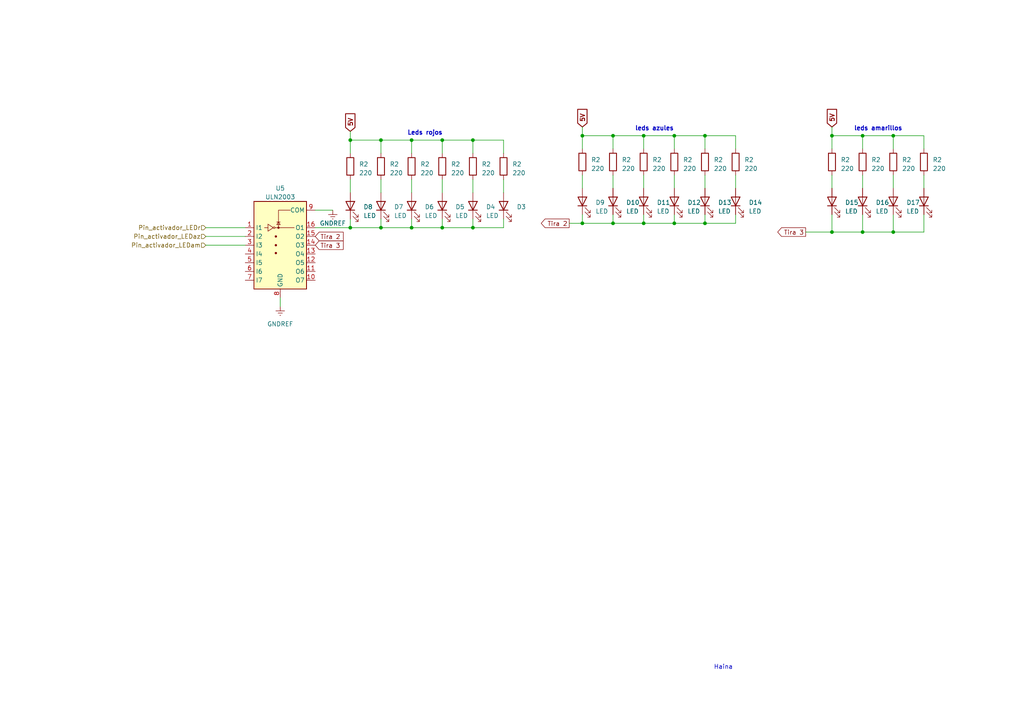
<source format=kicad_sch>
(kicad_sch (version 20230121) (generator eeschema)
  (paper "A4")
  (lib_symbols
    (symbol "Device:LED" (pin_numbers hide) (pin_names (offset 1.016) hide)
      (property "Reference" "D" (at 0 2.54 0))
      (property "Value" "LED" (at 0 -2.54 0))
      (symbol "LED_0_1"
        (polyline (pts (xy -1.27 -1.27) (xy -1.27 1.27)) (stroke (width 0.254)))
        (polyline (pts (xy -1.27 0) (xy 1.27 0)))
        (polyline (pts (xy 1.27 -1.27) (xy 1.27 1.27) (xy -1.27 0) (xy 1.27 -1.27)) (stroke (width 0.254)))
        (polyline (pts (xy -3.048 -0.762) (xy -4.572 -2.286) (xy -3.81 -2.286) (xy -4.572 -2.286) (xy -4.572 -1.524)))
        (polyline (pts (xy -1.778 -0.762) (xy -3.302 -2.286) (xy -2.54 -2.286) (xy -3.302 -2.286) (xy -3.302 -1.524)))
      )
      (symbol "LED_1_1"
        (pin passive line (at -3.81 0 0) (length 2.54) (name "K") (number "1"))
        (pin passive line (at 3.81 0 180) (length 2.54) (name "A") (number "2"))
      )
    )
    (symbol "Device:R" (pin_numbers hide) (pin_names (offset 0))
      (property "Reference" "R" (at 2.032 0 90))
      (property "Value" "R" (at 0 0 90))
      (symbol "R_0_1"
        (rectangle (start -1.016 -2.54) (end 1.016 2.54) (stroke (width 0.254)))
      )
      (symbol "R_1_1"
        (pin passive line (at 0 3.81 270) (length 1.27) (name "~") (number "1"))
        (pin passive line (at 0 -3.81 90) (length 1.27) (name "~") (number "2"))
      )
    )
    (symbol "Transistor_Array:ULN2003"
      (property "Reference" "U" (at 0 15.875 0))
      (property "Value" "ULN2003" (at 0 13.97 0))
      (symbol "ULN2003_0_1"
        (rectangle (start -7.62 -12.7) (end 7.62 12.7) (stroke (width 0.254)) (fill (type background)))
        (circle (center -1.778 5.08) (radius 0.254))
        (circle (center -1.27 -2.286) (radius 0.254) (fill (type outline)))
        (circle (center -1.27 0) (radius 0.254) (fill (type outline)))
        (circle (center -1.27 2.54) (radius 0.254) (fill (type outline)))
        (circle (center -0.508 5.08) (radius 0.254) (fill (type outline)))
        (polyline (pts (xy -4.572 5.08) (xy -3.556 5.08)))
        (polyline (pts (xy -1.524 5.08) (xy 4.064 5.08)))
        (polyline (pts (xy 0 6.731) (xy -1.016 6.731)))
        (polyline (pts (xy -0.508 5.08) (xy -0.508 10.16) (xy 2.921 10.16)))
        (polyline (pts (xy -3.556 6.096) (xy -3.556 4.064) (xy -2.032 5.08) (xy -3.556 6.096)))
        (polyline (pts (xy 0 5.969) (xy -1.016 5.969) (xy -0.508 6.731) (xy 0 5.969)))
      )
      (symbol "ULN2003_1_1"
        (pin input line (at -10.16 5.08 0) (length 2.54) (name "I1") (number "1"))
        (pin open_collector line (at 10.16 -10.16 180) (length 2.54) (name "O7") (number "10"))
        (pin open_collector line (at 10.16 -7.62 180) (length 2.54) (name "O6") (number "11"))
        (pin open_collector line (at 10.16 -5.08 180) (length 2.54) (name "O5") (number "12"))
        (pin open_collector line (at 10.16 -2.54 180) (length 2.54) (name "O4") (number "13"))
        (pin open_collector line (at 10.16 0 180) (length 2.54) (name "O3") (number "14"))
        (pin open_collector line (at 10.16 2.54 180) (length 2.54) (name "O2") (number "15"))
        (pin open_collector line (at 10.16 5.08 180) (length 2.54) (name "O1") (number "16"))
        (pin input line (at -10.16 2.54 0) (length 2.54) (name "I2") (number "2"))
        (pin input line (at -10.16 0 0) (length 2.54) (name "I3") (number "3"))
        (pin input line (at -10.16 -2.54 0) (length 2.54) (name "I4") (number "4"))
        (pin input line (at -10.16 -5.08 0) (length 2.54) (name "I5") (number "5"))
        (pin input line (at -10.16 -7.62 0) (length 2.54) (name "I6") (number "6"))
        (pin input line (at -10.16 -10.16 0) (length 2.54) (name "I7") (number "7"))
        (pin power_in line (at 0 -15.24 90) (length 2.54) (name "GND") (number "8"))
        (pin passive line (at 10.16 10.16 180) (length 2.54) (name "COM") (number "9"))
      )
    )
    (symbol "power:GNDREF" (power) (pin_names (offset 0))
      (property "Value" "GNDREF" (at 0 -3.81 0))
      (symbol "GNDREF_0_1"
        (polyline (pts (xy -0.635 -1.905) (xy 0.635 -1.905)))
        (polyline (pts (xy -0.127 -2.54) (xy 0.127 -2.54)))
        (polyline (pts (xy 0 -1.27) (xy 0 0)))
        (polyline (pts (xy 1.27 -1.27) (xy -1.27 -1.27)))
      )
      (symbol "GNDREF_1_1"
        (pin power_in line (at 0 0 270) (length 0) hide (name "GNDREF") (number "1"))
      )
    )
  )
  (junction (at 259.08 39.37))
  (junction (at 119.38 66.04))
  (junction (at 195.58 64.77))
  (junction (at 119.38 40.64))
  (junction (at 168.91 39.37))
  (junction (at 204.47 39.37))
  (junction (at 137.16 40.64))
  (junction (at 250.19 39.37))
  (junction (at 259.08 67.31))
  (junction (at 128.27 40.64))
  (junction (at 204.47 64.77))
  (junction (at 177.8 39.37))
  (junction (at 241.3 39.37))
  (junction (at 128.27 66.04))
  (junction (at 110.49 66.04))
  (junction (at 137.16 66.04))
  (junction (at 250.19 67.31))
  (junction (at 241.3 67.31))
  (junction (at 177.8 64.77))
  (junction (at 195.58 39.37))
  (junction (at 168.91 64.77))
  (junction (at 186.69 64.77))
  (junction (at 101.6 40.64))
  (junction (at 186.69 39.37))
  (junction (at 101.6 66.04))
  (junction (at 110.49 40.64))
  (wire (pts (xy 110.49 52.07) (xy 110.49 55.88)))
  (wire (pts (xy 250.19 67.31) (xy 259.08 67.31)))
  (wire (pts (xy 177.8 39.37) (xy 186.69 39.37)))
  (wire (pts (xy 168.91 50.8) (xy 168.91 54.61)))
  (wire (pts (xy 241.3 39.37) (xy 241.3 43.18)))
  (wire (pts (xy 110.49 40.64) (xy 119.38 40.64)))
  (wire (pts (xy 241.3 39.37) (xy 250.19 39.37)))
  (wire (pts (xy 241.3 67.31) (xy 250.19 67.31)))
  (wire (pts (xy 186.69 64.77) (xy 195.58 64.77)))
  (wire (pts (xy 137.16 40.64) (xy 146.05 40.64)))
  (wire (pts (xy 168.91 39.37) (xy 177.8 39.37)))
  (wire (pts (xy 250.19 39.37) (xy 250.19 43.18)))
  (wire (pts (xy 195.58 50.8) (xy 195.58 54.61)))
  (wire (pts (xy 195.58 39.37) (xy 204.47 39.37)))
  (wire (pts (xy 186.69 62.23) (xy 186.69 64.77)))
  (wire (pts (xy 213.36 39.37) (xy 213.36 43.18)))
  (wire (pts (xy 168.91 36.83) (xy 168.91 39.37)))
  (wire (pts (xy 250.19 50.8) (xy 250.19 54.61)))
  (wire (pts (xy 137.16 66.04) (xy 146.05 66.04)))
  (wire (pts (xy 241.3 50.8) (xy 241.3 54.61)))
  (wire (pts (xy 81.28 86.36) (xy 81.28 88.9)))
  (wire (pts (xy 259.08 50.8) (xy 259.08 54.61)))
  (wire (pts (xy 177.8 62.23) (xy 177.8 64.77)))
  (wire (pts (xy 119.38 63.5) (xy 119.38 66.04)))
  (wire (pts (xy 146.05 63.5) (xy 146.05 66.04)))
  (wire (pts (xy 110.49 40.64) (xy 110.49 44.45)))
  (wire (pts (xy 259.08 39.37) (xy 267.97 39.37)))
  (wire (pts (xy 259.08 39.37) (xy 259.08 43.18)))
  (wire (pts (xy 204.47 50.8) (xy 204.47 54.61)))
  (wire (pts (xy 186.69 39.37) (xy 186.69 43.18)))
  (wire (pts (xy 119.38 52.07) (xy 119.38 55.88)))
  (wire (pts (xy 128.27 40.64) (xy 137.16 40.64)))
  (wire (pts (xy 119.38 40.64) (xy 119.38 44.45)))
  (wire (pts (xy 110.49 63.5) (xy 110.49 66.04)))
  (wire (pts (xy 250.19 62.23) (xy 250.19 67.31)))
  (wire (pts (xy 195.58 64.77) (xy 204.47 64.77)))
  (wire (pts (xy 241.3 62.23) (xy 241.3 67.31)))
  (wire (pts (xy 267.97 50.8) (xy 267.97 54.61)))
  (wire (pts (xy 128.27 66.04) (xy 137.16 66.04)))
  (wire (pts (xy 91.44 66.04) (xy 101.6 66.04)))
  (wire (pts (xy 146.05 52.07) (xy 146.05 55.88)))
  (wire (pts (xy 250.19 39.37) (xy 259.08 39.37)))
  (wire (pts (xy 186.69 50.8) (xy 186.69 54.61)))
  (wire (pts (xy 128.27 40.64) (xy 128.27 44.45)))
  (wire (pts (xy 101.6 66.04) (xy 110.49 66.04)))
  (wire (pts (xy 128.27 63.5) (xy 128.27 66.04)))
  (wire (pts (xy 128.27 52.07) (xy 128.27 55.88)))
  (wire (pts (xy 177.8 50.8) (xy 177.8 54.61)))
  (wire (pts (xy 165.1 64.77) (xy 168.91 64.77)))
  (wire (pts (xy 186.69 39.37) (xy 195.58 39.37)))
  (wire (pts (xy 168.91 64.77) (xy 177.8 64.77)))
  (wire (pts (xy 267.97 39.37) (xy 267.97 43.18)))
  (wire (pts (xy 204.47 39.37) (xy 213.36 39.37)))
  (wire (pts (xy 101.6 40.64) (xy 101.6 44.45)))
  (wire (pts (xy 233.68 67.31) (xy 241.3 67.31)))
  (wire (pts (xy 59.69 66.04) (xy 71.12 66.04)))
  (wire (pts (xy 241.3 36.83) (xy 241.3 39.37)))
  (wire (pts (xy 91.44 60.96) (xy 96.52 60.96)))
  (wire (pts (xy 195.58 62.23) (xy 195.58 64.77)))
  (wire (pts (xy 259.08 62.23) (xy 259.08 67.31)))
  (wire (pts (xy 137.16 40.64) (xy 137.16 44.45)))
  (wire (pts (xy 59.69 68.58) (xy 71.12 68.58)))
  (wire (pts (xy 204.47 39.37) (xy 204.47 43.18)))
  (wire (pts (xy 204.47 62.23) (xy 204.47 64.77)))
  (wire (pts (xy 101.6 52.07) (xy 101.6 55.88)))
  (wire (pts (xy 110.49 66.04) (xy 119.38 66.04)))
  (wire (pts (xy 213.36 62.23) (xy 213.36 64.77)))
  (wire (pts (xy 101.6 40.64) (xy 110.49 40.64)))
  (wire (pts (xy 119.38 66.04) (xy 128.27 66.04)))
  (wire (pts (xy 259.08 67.31) (xy 267.97 67.31)))
  (wire (pts (xy 168.91 39.37) (xy 168.91 43.18)))
  (wire (pts (xy 177.8 39.37) (xy 177.8 43.18)))
  (wire (pts (xy 267.97 62.23) (xy 267.97 67.31)))
  (wire (pts (xy 101.6 38.1) (xy 101.6 40.64)))
  (wire (pts (xy 137.16 52.07) (xy 137.16 55.88)))
  (wire (pts (xy 204.47 64.77) (xy 213.36 64.77)))
  (wire (pts (xy 195.58 39.37) (xy 195.58 43.18)))
  (wire (pts (xy 101.6 63.5) (xy 101.6 66.04)))
  (wire (pts (xy 59.69 71.12) (xy 71.12 71.12)))
  (wire (pts (xy 137.16 63.5) (xy 137.16 66.04)))
  (wire (pts (xy 213.36 50.8) (xy 213.36 54.61)))
  (wire (pts (xy 119.38 40.64) (xy 128.27 40.64)))
  (wire (pts (xy 168.91 62.23) (xy 168.91 64.77)))
  (wire (pts (xy 177.8 64.77) (xy 186.69 64.77)))
  (wire (pts (xy 146.05 40.64) (xy 146.05 44.45)))
  (text "leds amarillos" (at 247.65 38.1 0) (effects (font (size 1.27 1.27) bold) (justify left bottom)))
  (text "Haina" (at 207.01 194.31 0) (effects (font (size 1.27 1.27)) (justify left bottom)))
  (text "Leds rojos" (at 118.11 39.37 0) (effects (font (size 1.27 1.27) bold) (justify left bottom)))
  (text "leds azules" (at 184.15 38.1 0) (effects (font (size 1.27 1.27) bold) (justify left bottom)))
  (global_label "5V" (shape input) (at 168.91 36.83 90) (effects (font bold)) (property "Intersheetrefs" "${INTERSHEET_REFS}" (effects hide)))
  (global_label "Tira 3" (shape input) (at 91.44 71.12 0) (property "Intersheetrefs" "${INTERSHEET_REFS}" (effects hide)))
  (global_label "Tira 2" (shape input) (at 91.44 68.58 0) (property "Intersheetrefs" "${INTERSHEET_REFS}" (effects hide)))
  (global_label "Tira 3" (shape output) (at 233.68 67.31 180) (property "Intersheetrefs" "${INTERSHEET_REFS}" (effects hide)))
  (global_label "Tira 2" (shape output) (at 165.1 64.77 180) (property "Intersheetrefs" "${INTERSHEET_REFS}" (effects hide)))
  (global_label "5V" (shape input) (at 101.6 38.1 90) (effects (font bold)) (property "Intersheetrefs" "${INTERSHEET_REFS}" (effects hide)))
  (global_label "5V" (shape input) (at 241.3 36.83 90) (effects (font bold)) (property "Intersheetrefs" "${INTERSHEET_REFS}" (effects hide)))
  (hierarchical_label "Pin_activador_LEDaz" (shape input) (at 59.69 68.58 180))
  (hierarchical_label "Pin_activador_LEDr" (shape input) (at 59.69 66.04 180))
  (hierarchical_label "Pin_activador_LEDam" (shape input) (at 59.69 71.12 180))
  (symbol (lib_id "Device:R") (at 101.6 48.26 0) (unit 1)
    (property "Reference" "R2" (at 104.14 47.625 0) (effects (justify left)))
    (property "Value" "220" (at 104.14 50.165 0) (effects (justify left)))
    (property "Footprint" "Resistor_SMD:R_0603_1608Metric" (effects hide))
    (instances (project "KISS_V2" (path "" (reference "R2") (unit 1)) (path "" (reference "R6") (unit 1))))
  )
  (symbol (lib_id "Device:LED") (at 101.6 59.69 90) (unit 1)
    (property "Reference" "D8" (at 105.41 60.0074 90) (effects (justify right)))
    (property "Value" "LED" (at 105.41 62.5474 90) (effects (justify right)))
    (property "Footprint" "LED_SMD:LED_1206_3216Metric" (effects hide))
    (instances (project "KISS_V2" (path "" (reference "D8") (unit 1))) (project "driver" (path "" (reference "D?") (unit 1))))
  )
  (symbol (lib_id "Device:LED") (at 119.38 59.69 90) (unit 1)
    (property "Reference" "D6" (at 123.19 60.0074 90) (effects (justify right)))
    (property "Value" "LED" (at 123.19 62.5474 90) (effects (justify right)))
    (property "Footprint" "LED_SMD:LED_1206_3216Metric" (effects hide))
    (instances (project "KISS_V2" (path "" (reference "D6") (unit 1))) (project "driver" (path "" (reference "D?") (unit 1))))
  )
  (symbol (lib_id "Device:LED") (at 259.08 58.42 90) (unit 1)
    (property "Reference" "D17" (at 262.89 58.7374 90) (effects (justify right)))
    (property "Value" "LED" (at 262.89 61.2774 90) (effects (justify right)))
    (property "Footprint" "LED_SMD:LED_1206_3216Metric" (effects hide))
    (instances (project "KISS_V2" (path "" (reference "D17") (unit 1))) (project "driver" (path "" (reference "D?") (unit 1))))
  )
  (symbol (lib_id "power:GNDREF") (at 81.28 88.9 0) (unit 1)
    (property "Reference" "#PWR010" (effects hide))
    (property "Value" "GNDREF" (at 77.47 93.98 0) (effects (justify left)))
    (instances (project "KISS_V2" (path "" (reference "#PWR010") (unit 1))) (project "driver" (path "" (reference "#PWR?") (unit 1))))
  )
  (symbol (lib_id "Device:R") (at 204.47 46.99 0) (unit 1)
    (property "Reference" "R2" (at 207.01 46.355 0) (effects (justify left)))
    (property "Value" "220" (at 207.01 48.895 0) (effects (justify left)))
    (property "Footprint" "Resistor_SMD:R_0603_1608Metric" (effects hide))
    (instances (project "KISS_V2" (path "" (reference "R2") (unit 1)) (path "" (reference "R15") (unit 1))))
  )
  (symbol (lib_id "Device:R") (at 177.8 46.99 0) (unit 1)
    (property "Reference" "R2" (at 180.34 46.355 0) (effects (justify left)))
    (property "Value" "220" (at 180.34 48.895 0) (effects (justify left)))
    (property "Footprint" "Resistor_SMD:R_0603_1608Metric" (effects hide))
    (instances (project "KISS_V2" (path "" (reference "R2") (unit 1)) (path "" (reference "R9") (unit 1))))
  )
  (symbol (lib_id "Device:LED") (at 168.91 58.42 90) (unit 1)
    (property "Reference" "D9" (at 172.72 58.7374 90) (effects (justify right)))
    (property "Value" "LED" (at 172.72 61.2774 90) (effects (justify right)))
    (property "Footprint" "LED_SMD:LED_1206_3216Metric" (effects hide))
    (instances (project "KISS_V2" (path "" (reference "D9") (unit 1))) (project "driver" (path "" (reference "D?") (unit 1))))
  )
  (symbol (lib_id "Device:LED") (at 204.47 58.42 90) (unit 1)
    (property "Reference" "D13" (at 208.28 58.7374 90) (effects (justify right)))
    (property "Value" "LED" (at 208.28 61.2774 90) (effects (justify right)))
    (property "Footprint" "LED_SMD:LED_1206_3216Metric" (effects hide))
    (instances (project "KISS_V2" (path "" (reference "D13") (unit 1))) (project "driver" (path "" (reference "D?") (unit 1))))
  )
  (symbol (lib_id "Device:LED") (at 137.16 59.69 90) (unit 1)
    (property "Reference" "D4" (at 140.97 60.0074 90) (effects (justify right)))
    (property "Value" "LED" (at 140.97 62.5474 90) (effects (justify right)))
    (property "Footprint" "LED_SMD:LED_1206_3216Metric" (effects hide))
    (instances (project "KISS_V2" (path "" (reference "D4") (unit 1))) (project "driver" (path "" (reference "D?") (unit 1))))
  )
  (symbol (lib_id "Device:R") (at 119.38 48.26 0) (unit 1)
    (property "Reference" "R2" (at 121.92 47.625 0) (effects (justify left)))
    (property "Value" "220" (at 121.92 50.165 0) (effects (justify left)))
    (property "Footprint" "Resistor_SMD:R_0603_1608Metric" (effects hide))
    (instances (project "KISS_V2" (path "" (reference "R2") (unit 1)) (path "" (reference "R10") (unit 1))))
  )
  (symbol (lib_id "Device:R") (at 128.27 48.26 0) (unit 1)
    (property "Reference" "R2" (at 130.81 47.625 0) (effects (justify left)))
    (property "Value" "220" (at 130.81 50.165 0) (effects (justify left)))
    (property "Footprint" "Resistor_SMD:R_0603_1608Metric" (effects hide))
    (instances (project "KISS_V2" (path "" (reference "R2") (unit 1)) (path "" (reference "R12") (unit 1))))
  )
  (symbol (lib_id "Device:R") (at 137.16 48.26 0) (unit 1)
    (property "Reference" "R2" (at 139.7 47.625 0) (effects (justify left)))
    (property "Value" "220" (at 139.7 50.165 0) (effects (justify left)))
    (property "Footprint" "Resistor_SMD:R_0603_1608Metric" (effects hide))
    (instances (project "KISS_V2" (path "" (reference "R2") (unit 1)) (path "" (reference "R14") (unit 1))))
  )
  (symbol (lib_id "Device:R") (at 186.69 46.99 0) (unit 1)
    (property "Reference" "R2" (at 189.23 46.355 0) (effects (justify left)))
    (property "Value" "220" (at 189.23 48.895 0) (effects (justify left)))
    (property "Footprint" "Resistor_SMD:R_0603_1608Metric" (effects hide))
    (instances (project "KISS_V2" (path "" (reference "R2") (unit 1)) (path "" (reference "R11") (unit 1))))
  )
  (symbol (lib_id "Device:R") (at 110.49 48.26 0) (unit 1)
    (property "Reference" "R2" (at 113.03 47.625 0) (effects (justify left)))
    (property "Value" "220" (at 113.03 50.165 0) (effects (justify left)))
    (property "Footprint" "Resistor_SMD:R_0603_1608Metric" (effects hide))
    (instances (project "KISS_V2" (path "" (reference "R2") (unit 1)) (path "" (reference "R8") (unit 1))))
  )
  (symbol (lib_id "Device:LED") (at 146.05 59.69 90) (unit 1)
    (property "Reference" "D3" (at 149.86 60.0074 90) (effects (justify right)))
    (property "Value" "LED" (effects hide))
    (property "Footprint" "LED_SMD:LED_1206_3216Metric" (effects hide))
    (instances (project "KISS_V2" (path "" (reference "D3") (unit 1))) (project "driver" (path "" (reference "D?") (unit 1))))
  )
  (symbol (lib_id "Device:R") (at 241.3 46.99 0) (unit 1)
    (property "Reference" "R2" (at 243.84 46.355 0) (effects (justify left)))
    (property "Value" "220" (at 243.84 48.895 0) (effects (justify left)))
    (property "Footprint" "Resistor_SMD:R_0603_1608Metric" (effects hide))
    (instances (project "KISS_V2" (path "" (reference "R2") (unit 1)) (path "" (reference "R16") (unit 1))))
  )
  (symbol (lib_id "Device:LED") (at 250.19 58.42 90) (unit 1)
    (property "Reference" "D16" (at 254 58.7374 90) (effects (justify right)))
    (property "Value" "LED" (at 254 61.2774 90) (effects (justify right)))
    (property "Footprint" "LED_SMD:LED_1206_3216Metric" (effects hide))
    (instances (project "KISS_V2" (path "" (reference "D16") (unit 1))) (project "driver" (path "" (reference "D?") (unit 1))))
  )
  (symbol (lib_id "Device:R") (at 250.19 46.99 0) (unit 1)
    (property "Reference" "R2" (at 252.73 46.355 0) (effects (justify left)))
    (property "Value" "220" (at 252.73 48.895 0) (effects (justify left)))
    (property "Footprint" "Resistor_SMD:R_0603_1608Metric" (effects hide))
    (instances (project "KISS_V2" (path "" (reference "R2") (unit 1)) (path "" (reference "R18") (unit 1))))
  )
  (symbol (lib_id "Device:LED") (at 177.8 58.42 90) (unit 1)
    (property "Reference" "D10" (at 181.61 58.7374 90) (effects (justify right)))
    (property "Value" "LED" (at 181.61 61.2774 90) (effects (justify right)))
    (property "Footprint" "LED_SMD:LED_1206_3216Metric" (effects hide))
    (instances (project "KISS_V2" (path "" (reference "D10") (unit 1))) (project "driver" (path "" (reference "D?") (unit 1))))
  )
  (symbol (lib_id "Device:LED") (at 195.58 58.42 90) (unit 1)
    (property "Reference" "D12" (at 199.39 58.7374 90) (effects (justify right)))
    (property "Value" "LED" (at 199.39 61.2774 90) (effects (justify right)))
    (property "Footprint" "LED_SMD:LED_1206_3216Metric" (effects hide))
    (instances (project "KISS_V2" (path "" (reference "D12") (unit 1))) (project "driver" (path "" (reference "D?") (unit 1))))
  )
  (symbol (lib_id "Transistor_Array:ULN2003") (at 81.28 71.12 0) (unit 1)
    (property "Reference" "U5" (at 81.28 54.61 0))
    (property "Value" "ULN2003" (at 81.28 57.15 0))
    (property "Footprint" "Package_SO:SOIC-16_4.55x10.3mm_P1.27mm" (effects hide))
    (property "Datasheet" "http://www.ti.com/lit/ds/symlink/uln2003a.pdf" (effects hide))
  )
  (symbol (lib_id "Device:LED") (at 213.36 58.42 90) (unit 1)
    (property "Reference" "D14" (at 217.17 58.7374 90) (effects (justify right)))
    (property "Value" "LED" (at 217.17 61.2774 90) (effects (justify right)))
    (property "Footprint" "LED_SMD:LED_1206_3216Metric" (effects hide))
    (instances (project "KISS_V2" (path "" (reference "D14") (unit 1))) (project "driver" (path "" (reference "D?") (unit 1))))
  )
  (symbol (lib_id "Device:R") (at 195.58 46.99 0) (unit 1)
    (property "Reference" "R2" (at 198.12 46.355 0) (effects (justify left)))
    (property "Value" "220" (at 198.12 48.895 0) (effects (justify left)))
    (property "Footprint" "Resistor_SMD:R_0603_1608Metric" (effects hide))
    (instances (project "KISS_V2" (path "" (reference "R2") (unit 1)) (path "" (reference "R13") (unit 1))))
  )
  (symbol (lib_id "Device:LED") (at 110.49 59.69 90) (unit 1)
    (property "Reference" "D7" (at 114.3 60.0074 90) (effects (justify right)))
    (property "Value" "LED" (at 114.3 62.5474 90) (effects (justify right)))
    (property "Footprint" "LED_SMD:LED_1206_3216Metric" (effects hide))
    (instances (project "KISS_V2" (path "" (reference "D7") (unit 1))) (project "driver" (path "" (reference "D?") (unit 1))))
  )
  (symbol (lib_id "Device:LED") (at 267.97 58.42 90) (unit 1)
    (property "Reference" "D18" (effects hide))
    (property "Value" "LED" (effects hide))
    (property "Footprint" "LED_SMD:LED_1206_3216Metric" (effects hide))
    (instances (project "KISS_V2" (path "" (reference "D18") (unit 1))) (project "driver" (path "" (reference "D?") (unit 1))))
  )
  (symbol (lib_id "Device:LED") (at 186.69 58.42 90) (unit 1)
    (property "Reference" "D11" (at 190.5 58.7374 90) (effects (justify right)))
    (property "Value" "LED" (at 190.5 61.2774 90) (effects (justify right)))
    (property "Footprint" "LED_SMD:LED_1206_3216Metric" (effects hide))
    (instances (project "KISS_V2" (path "" (reference "D11") (unit 1))) (project "driver" (path "" (reference "D?") (unit 1))))
  )
  (symbol (lib_id "Device:R") (at 146.05 48.26 0) (unit 1)
    (property "Reference" "R2" (at 148.59 47.625 0) (effects (justify left)))
    (property "Value" "220" (at 148.59 50.165 0) (effects (justify left)))
    (property "Footprint" "Resistor_SMD:R_0603_1608Metric" (effects hide))
    (instances (project "KISS_V2" (path "" (reference "R2") (unit 1)) (path "" (reference "R19") (unit 1))))
  )
  (symbol (lib_id "Device:R") (at 259.08 46.99 0) (unit 1)
    (property "Reference" "R2" (at 261.62 46.355 0) (effects (justify left)))
    (property "Value" "220" (at 261.62 48.895 0) (effects (justify left)))
    (property "Footprint" "Resistor_SMD:R_0603_1608Metric" (effects hide))
    (instances (project "KISS_V2" (path "" (reference "R2") (unit 1)) (path "" (reference "R21") (unit 1))))
  )
  (symbol (lib_id "Device:LED") (at 128.27 59.69 90) (unit 1)
    (property "Reference" "D5" (at 132.08 60.0074 90) (effects (justify right)))
    (property "Value" "LED" (at 132.08 62.5474 90) (effects (justify right)))
    (property "Footprint" "LED_SMD:LED_1206_3216Metric" (effects hide))
    (instances (project "KISS_V2" (path "" (reference "D5") (unit 1))) (project "driver" (path "" (reference "D?") (unit 1))))
  )
  (symbol (lib_id "power:GNDREF") (at 96.52 60.96 0) (unit 1)
    (property "Reference" "#PWR011" (effects hide))
    (property "Value" "GNDREF" (at 92.71 64.77 0) (effects (justify left)))
    (instances (project "KISS_V2" (path "" (reference "#PWR011") (unit 1))) (project "driver" (path "" (reference "#PWR?") (unit 1))))
  )
  (symbol (lib_id "Device:R") (at 267.97 46.99 0) (unit 1)
    (property "Reference" "R2" (at 270.51 46.355 0) (effects (justify left)))
    (property "Value" "220" (at 270.51 48.895 0) (effects (justify left)))
    (property "Footprint" "Resistor_SMD:R_0603_1608Metric" (effects hide))
    (instances (project "KISS_V2" (path "" (reference "R2") (unit 1)) (path "" (reference "R22") (unit 1))))
  )
  (symbol (lib_id "Device:R") (at 168.91 46.99 0) (unit 1)
    (property "Reference" "R2" (at 171.45 46.355 0) (effects (justify left)))
    (property "Value" "220" (at 171.45 48.895 0) (effects (justify left)))
    (property "Footprint" "Resistor_SMD:R_0603_1608Metric" (effects hide))
    (instances (project "KISS_V2" (path "" (reference "R2") (unit 1)) (path "" (reference "R7") (unit 1))))
  )
  (symbol (lib_id "Device:R") (at 213.36 46.99 0) (unit 1)
    (property "Reference" "R2" (at 215.9 46.355 0) (effects (justify left)))
    (property "Value" "220" (at 215.9 48.895 0) (effects (justify left)))
    (property "Footprint" "Resistor_SMD:R_0603_1608Metric" (effects hide))
    (instances (project "KISS_V2" (path "" (reference "R2") (unit 1)) (path "" (reference "R17") (unit 1))))
  )
  (symbol (lib_id "Device:LED") (at 241.3 58.42 90) (unit 1)
    (property "Reference" "D15" (at 245.11 58.7374 90) (effects (justify right)))
    (property "Value" "LED" (at 245.11 61.2774 90) (effects (justify right)))
    (property "Footprint" "LED_SMD:LED_1206_3216Metric" (effects hide))
    (instances (project "KISS_V2" (path "" (reference "D15") (unit 1))) (project "driver" (path "" (reference "D?") (unit 1))))
  )
)
</source>
